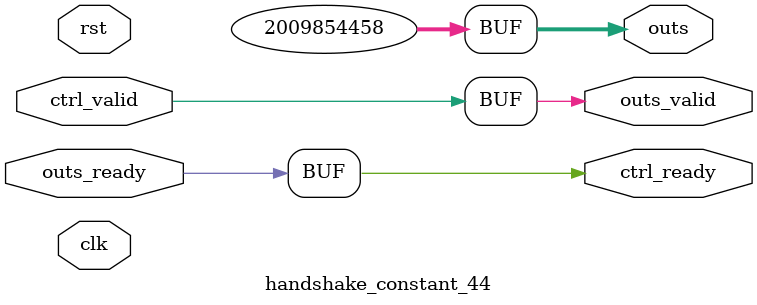
<source format=v>
`timescale 1ns / 1ps
module handshake_constant_44 #(
  parameter DATA_WIDTH = 32  // Default set to 32 bits
) (
  input                       clk,
  input                       rst,
  // Input Channel
  input                       ctrl_valid,
  output                      ctrl_ready,
  // Output Channel
  output [DATA_WIDTH - 1 : 0] outs,
  output                      outs_valid,
  input                       outs_ready
);
  assign outs       = 32'b01110111110010111111000111111010;
  assign outs_valid = ctrl_valid;
  assign ctrl_ready = outs_ready;

endmodule

</source>
